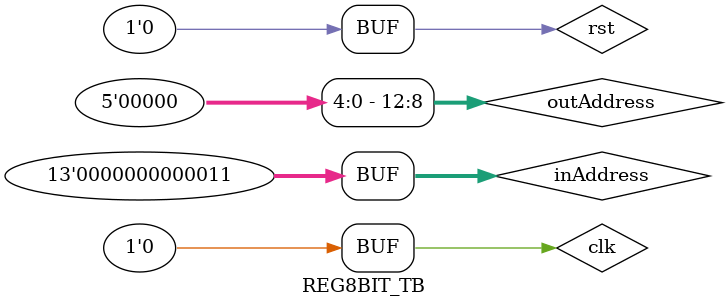
<source format=v>
module REG8BIT(
  input clk,
  input rst,
  input [7:0]inAddress,
  output reg[7:0] outAddress
);
  always @(posedge clk, posedge rst)begin
    if (rst)
      outAddress <= 8'b0;
    else 
      outAddress <= inAddress;
  end
endmodule

module REG8BIT_TB();
  reg clk, rst;
  reg [12:0]inAddress;
  wire [12:0]outAddress;
  
  REG8BIT reg8bit(clk, rst, inAddress, outAddress);
  initial begin
	  clk=0;
    repeat (40)
    #200 clk=~clk;
	end
  
  initial begin
    rst = 1; 
    #400;
    rst = 0; 
    inAddress = 8'b0000111;
    #400;
    inAddress = 8'b0000011;
    #400;
  end
endmodule
</source>
